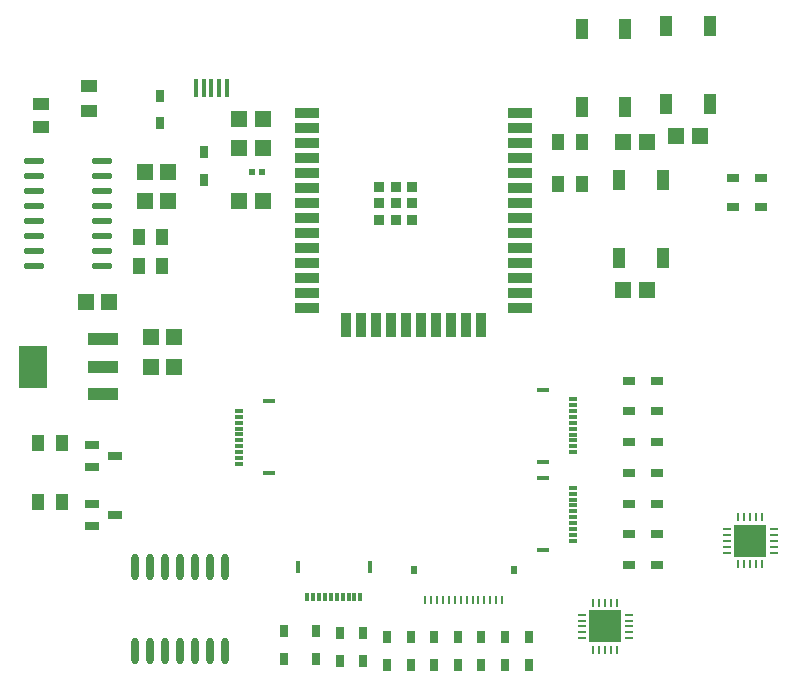
<source format=gbr>
%TF.GenerationSoftware,KiCad,Pcbnew,8.0.4*%
%TF.CreationDate,2024-08-09T22:10:12+01:00*%
%TF.ProjectId,esp32,65737033-322e-46b6-9963-61645f706362,rev?*%
%TF.SameCoordinates,Original*%
%TF.FileFunction,Paste,Top*%
%TF.FilePolarity,Positive*%
%FSLAX46Y46*%
G04 Gerber Fmt 4.6, Leading zero omitted, Abs format (unit mm)*
G04 Created by KiCad (PCBNEW 8.0.4) date 2024-08-09 22:10:12*
%MOMM*%
%LPD*%
G01*
G04 APERTURE LIST*
%ADD10R,0.600000X0.800000*%
%ADD11R,0.250013X0.800000*%
%ADD12R,0.750013X1.000000*%
%ADD13R,1.000000X0.750013*%
%ADD14R,1.410008X1.350013*%
%ADD15R,0.280010X0.800000*%
%ADD16R,0.800000X0.280010*%
%ADD17R,2.700000X2.700000*%
%ADD18R,0.700025X0.299975*%
%ADD19R,1.000000X0.299975*%
%ADD20R,1.000000X1.700000*%
%ADD21R,0.299975X0.700025*%
%ADD22R,0.299975X1.000000*%
%ADD23R,1.132537X1.377013*%
%ADD24O,1.745009X0.559995*%
%ADD25R,1.250013X0.700000*%
%ADD26R,2.100000X0.950013*%
%ADD27R,0.950013X2.100000*%
%ADD28R,0.900000X0.900000*%
%ADD29R,0.400000X1.600000*%
%ADD30R,0.565659X0.540005*%
%ADD31R,1.377013X1.132537*%
%ADD32O,0.602007X2.231013*%
%ADD33R,1.399543X1.000000*%
%ADD34R,2.500000X1.100000*%
%ADD35R,2.340005X3.600000*%
G04 APERTURE END LIST*
D10*
%TO.C,Right1*%
X147419477Y-123449682D03*
X138919349Y-123449682D03*
D11*
X146419477Y-125949810D03*
X145919349Y-125949810D03*
X145419477Y-125949810D03*
X144919349Y-125949810D03*
X144419477Y-125949810D03*
X143919349Y-125949810D03*
X143419477Y-125949810D03*
X142919349Y-125949810D03*
X142419477Y-125949810D03*
X141919349Y-125949810D03*
X141419477Y-125949810D03*
X140919349Y-125949810D03*
X140419477Y-125949810D03*
X139919349Y-125949810D03*
%TD*%
D12*
%TO.C,D24*%
X136669541Y-131449682D03*
X136669541Y-129104496D03*
%TD*%
D13*
%TO.C,D25*%
X159500000Y-112604826D03*
X157154814Y-112604826D03*
%TD*%
D14*
%TO.C,C11*%
X124154814Y-85209652D03*
X126154814Y-85209652D03*
%TD*%
%TO.C,C1*%
X113154814Y-100709652D03*
X111154814Y-100709652D03*
%TD*%
D12*
%TO.C,D10*%
X144669541Y-131449682D03*
X144669541Y-129104496D03*
%TD*%
D15*
%TO.C,U1*%
X156154814Y-126209652D03*
X155654687Y-126209652D03*
X155154814Y-126209652D03*
X154654687Y-126209652D03*
X154154814Y-126209652D03*
D16*
X153154814Y-127209652D03*
X153154814Y-127709779D03*
X153154814Y-128209652D03*
X153154814Y-128709779D03*
X153154814Y-129209652D03*
D15*
X154154814Y-130209652D03*
X154654687Y-130209652D03*
X155154814Y-130209652D03*
X155654687Y-130209652D03*
X156154814Y-130209652D03*
D16*
X157154814Y-129209652D03*
X157154814Y-128709779D03*
X157154814Y-128209652D03*
X157154814Y-127709779D03*
X157154814Y-127209652D03*
D17*
X155154814Y-128209652D03*
%TD*%
D13*
%TO.C,D27*%
X159500000Y-117814478D03*
X157154814Y-117814478D03*
%TD*%
%TO.C,D20*%
X159500000Y-110000000D03*
X157154814Y-110000000D03*
%TD*%
D18*
%TO.C,Center2*%
X152404878Y-116460097D03*
X152404878Y-116960224D03*
X152404878Y-117460097D03*
X152404878Y-117960224D03*
X152404878Y-118460097D03*
X152404878Y-118960224D03*
X152404878Y-119460097D03*
X152404878Y-119960224D03*
X152404878Y-120460097D03*
X152404878Y-120959716D03*
D19*
X149904750Y-115659741D03*
X149904750Y-121759563D03*
%TD*%
D20*
%TO.C,MODE1*%
X153154814Y-84209652D03*
X153154789Y-77609702D03*
X156855221Y-84209652D03*
X156855196Y-77609702D03*
%TD*%
D12*
%TO.C,D5*%
X130669541Y-130949682D03*
X130669541Y-128604496D03*
%TD*%
D13*
%TO.C,D21*%
X165982221Y-92709652D03*
X168327407Y-92709652D03*
%TD*%
D12*
%TO.C,D6*%
X127919477Y-130949682D03*
X127919477Y-128604496D03*
%TD*%
D14*
%TO.C,C9*%
X118654814Y-103709652D03*
X116654814Y-103709652D03*
%TD*%
D18*
%TO.C,Center1*%
X152404878Y-108960097D03*
X152404878Y-109460224D03*
X152404878Y-109960097D03*
X152404878Y-110460224D03*
X152404878Y-110960097D03*
X152404878Y-111460224D03*
X152404878Y-111960097D03*
X152404878Y-112460224D03*
X152404878Y-112960097D03*
X152404878Y-113459716D03*
D19*
X149904750Y-108159741D03*
X149904750Y-114259563D03*
%TD*%
D21*
%TO.C,Left1*%
X134419096Y-125699746D03*
X133918969Y-125699746D03*
X133419096Y-125699746D03*
X132918969Y-125699746D03*
X132419096Y-125699746D03*
X131918969Y-125699746D03*
X131419096Y-125699746D03*
X130918969Y-125699746D03*
X130419096Y-125699746D03*
X129919477Y-125699746D03*
D22*
X135219452Y-123199618D03*
X129119630Y-123199618D03*
%TD*%
D23*
%TO.C,R6*%
X151154814Y-87209652D03*
X153154814Y-87209652D03*
%TD*%
D15*
%TO.C,U4*%
X166419477Y-122949682D03*
X166919604Y-122949682D03*
X167419477Y-122949682D03*
X167919604Y-122949682D03*
X168419477Y-122949682D03*
D16*
X169419477Y-121949682D03*
X169419477Y-121449555D03*
X169419477Y-120949682D03*
X169419477Y-120449555D03*
X169419477Y-119949682D03*
D15*
X168419477Y-118949682D03*
X167919604Y-118949682D03*
X167419477Y-118949682D03*
X166919604Y-118949682D03*
X166419477Y-118949682D03*
D16*
X165419477Y-119949682D03*
X165419477Y-120449555D03*
X165419477Y-120949682D03*
X165419477Y-121449555D03*
X165419477Y-121949682D03*
D17*
X167419477Y-120949682D03*
%TD*%
D24*
%TO.C,U2*%
X112527306Y-97654661D03*
X112527306Y-96384658D03*
X112527306Y-95114656D03*
X112527306Y-93844653D03*
X112527306Y-92574651D03*
X112527306Y-91304648D03*
X112527306Y-90034646D03*
X112527306Y-88764643D03*
X106782322Y-88764643D03*
X106782322Y-90034646D03*
X106782322Y-91304648D03*
X106782322Y-92574651D03*
X106782322Y-93844653D03*
X106782322Y-95114656D03*
X106782322Y-96384658D03*
X106782322Y-97654661D03*
%TD*%
D25*
%TO.C,U8*%
X111654814Y-117809728D03*
X111654814Y-119709652D03*
X113654814Y-118759690D03*
%TD*%
D14*
%TO.C,C12*%
X118154814Y-89709652D03*
X116154814Y-89709652D03*
%TD*%
D12*
%TO.C,D2*%
X117419477Y-85622275D03*
X117419477Y-83277089D03*
%TD*%
D14*
%TO.C,C8*%
X124154814Y-87709652D03*
X126154814Y-87709652D03*
%TD*%
D26*
%TO.C,U12*%
X129919223Y-84709652D03*
X129919223Y-85979655D03*
X129919223Y-87249657D03*
X129919223Y-88519660D03*
X129919223Y-89789662D03*
X129919223Y-91059665D03*
X129919223Y-92329667D03*
X129919223Y-93599670D03*
X129919223Y-94869672D03*
X129919223Y-96139675D03*
X129919223Y-97409677D03*
X129919223Y-98679680D03*
X129919223Y-99949682D03*
X129919223Y-101219685D03*
D27*
X133204466Y-102714732D03*
X134474468Y-102714732D03*
X135744471Y-102714732D03*
X137014473Y-102714732D03*
X138284476Y-102714732D03*
X139554478Y-102714732D03*
X140824481Y-102714732D03*
X142094483Y-102714732D03*
X143364486Y-102714732D03*
X144634488Y-102714732D03*
D26*
X147919477Y-101219685D03*
X147919477Y-99949682D03*
X147919477Y-98679680D03*
X147919477Y-97409677D03*
X147919477Y-96139675D03*
X147919477Y-94869672D03*
X147919477Y-93599670D03*
X147919477Y-92329667D03*
X147919477Y-91059665D03*
X147919477Y-89789662D03*
X147919477Y-88519660D03*
X147919477Y-87249657D03*
X147919477Y-85979655D03*
X147919477Y-84709652D03*
D28*
X138819401Y-90990577D03*
X137419350Y-90990577D03*
X136019299Y-90990577D03*
X138819401Y-92390627D03*
X137419096Y-92390627D03*
X136019299Y-92390627D03*
X138819401Y-93790678D03*
X137419350Y-93790678D03*
X136019299Y-93790678D03*
%TD*%
D13*
%TO.C,D29*%
X159500000Y-123024130D03*
X157154814Y-123024130D03*
%TD*%
D12*
%TO.C,D11*%
X146669541Y-131449682D03*
X146669541Y-129104496D03*
%TD*%
D29*
%TO.C,USB1*%
X123094611Y-82642468D03*
X122444623Y-82642468D03*
X121794636Y-82642468D03*
X121144649Y-82642468D03*
X120494661Y-82642468D03*
%TD*%
D20*
%TO.C,BOOT1*%
X156304623Y-97009627D03*
X156304598Y-90409677D03*
X160005030Y-97009627D03*
X160005005Y-90409677D03*
%TD*%
D14*
%TO.C,C4*%
X163154814Y-86709652D03*
X161154814Y-86709652D03*
%TD*%
D30*
%TO.C,R7*%
X126087631Y-89709652D03*
X125221997Y-89709652D03*
%TD*%
D23*
%TO.C,R1*%
X117654814Y-97709652D03*
X115654814Y-97709652D03*
%TD*%
D31*
%TO.C,R9*%
X107419477Y-83949682D03*
X107419477Y-85949682D03*
%TD*%
D20*
%TO.C,RESET1*%
X164005005Y-77409677D03*
X164005030Y-84009627D03*
X160304598Y-77409677D03*
X160304623Y-84009627D03*
%TD*%
D18*
%TO.C,Analog1*%
X124169413Y-114449809D03*
X124169413Y-113949682D03*
X124169413Y-113449809D03*
X124169413Y-112949682D03*
X124169413Y-112449809D03*
X124169413Y-111949682D03*
X124169413Y-111449809D03*
X124169413Y-110949682D03*
X124169413Y-110449809D03*
X124169413Y-109950190D03*
D19*
X126669541Y-115250165D03*
X126669541Y-109150343D03*
%TD*%
D23*
%TO.C,R2*%
X107154814Y-112709652D03*
X109154814Y-112709652D03*
%TD*%
D12*
%TO.C,D9*%
X142669541Y-131449682D03*
X142669541Y-129104496D03*
%TD*%
%TO.C,D3*%
X134669541Y-131122275D03*
X134669541Y-128777089D03*
%TD*%
D13*
%TO.C,D26*%
X159500000Y-115209652D03*
X157154814Y-115209652D03*
%TD*%
%TO.C,D1*%
X159500000Y-107395174D03*
X157154814Y-107395174D03*
%TD*%
D23*
%TO.C,R3*%
X107154814Y-117709652D03*
X109154814Y-117709652D03*
%TD*%
D12*
%TO.C,D8*%
X140669541Y-131449682D03*
X140669541Y-129104496D03*
%TD*%
%TO.C,D4*%
X132669541Y-131122275D03*
X132669541Y-128777089D03*
%TD*%
D32*
%TO.C,U5*%
X115344806Y-130275057D03*
X116614809Y-130275057D03*
X117884811Y-130275057D03*
X119154814Y-130275057D03*
X120424817Y-130275057D03*
X121694819Y-130275057D03*
X122964822Y-130275057D03*
X122964822Y-123144247D03*
X121694819Y-123144247D03*
X120424817Y-123144247D03*
X119154814Y-123144247D03*
X117884811Y-123144247D03*
X116614809Y-123144247D03*
X115344806Y-123144247D03*
%TD*%
D14*
%TO.C,C13*%
X126154814Y-92209652D03*
X124154814Y-92209652D03*
%TD*%
%TO.C,C2*%
X156654814Y-87209652D03*
X158654814Y-87209652D03*
%TD*%
%TO.C,C6*%
X118654814Y-106209652D03*
X116654814Y-106209652D03*
%TD*%
D13*
%TO.C,D22*%
X165982221Y-90209652D03*
X168327407Y-90209652D03*
%TD*%
D14*
%TO.C,C10*%
X156654814Y-99709652D03*
X158654814Y-99709652D03*
%TD*%
D33*
%TO.C,LED1*%
X111419477Y-84550266D03*
X111419477Y-82449682D03*
%TD*%
D12*
%TO.C,D23*%
X121154814Y-90382245D03*
X121154814Y-88037059D03*
%TD*%
D13*
%TO.C,D28*%
X159500000Y-120419304D03*
X157154814Y-120419304D03*
%TD*%
D23*
%TO.C,R10*%
X117654814Y-95209652D03*
X115654814Y-95209652D03*
%TD*%
D14*
%TO.C,C5*%
X118154814Y-92209652D03*
X116154814Y-92209652D03*
%TD*%
D23*
%TO.C,R5*%
X151154814Y-90709652D03*
X153154814Y-90709652D03*
%TD*%
D25*
%TO.C,U3*%
X111654814Y-112809728D03*
X111654814Y-114709652D03*
X113654814Y-113759690D03*
%TD*%
D12*
%TO.C,D7*%
X138669541Y-131449682D03*
X138669541Y-129104496D03*
%TD*%
D34*
%TO.C,U9*%
X112624766Y-108509627D03*
X112624766Y-106209652D03*
X112624766Y-103909677D03*
D35*
X106684837Y-106209652D03*
%TD*%
D12*
%TO.C,D12*%
X148669541Y-131449682D03*
X148669541Y-129104496D03*
%TD*%
M02*

</source>
